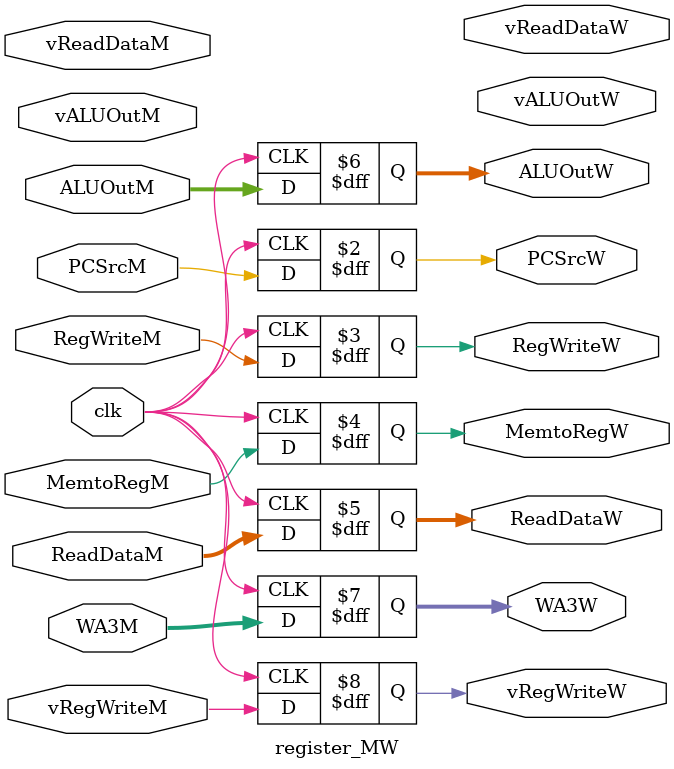
<source format=sv>
/*
Register for Memory and Writeback pipeline datapath.
Date: 08/04/24
*/
module register_MW # (parameter N = 24) (
		input logic clk,
		input logic PCSrcM,
		input logic RegWriteM,
		input logic MemtoRegM,
		input logic [N-1:0] ReadDataM,
		input logic [N-1:0] ALUOutM, // ALUResultM
		input logic [3:0] WA3M,

		input logic vRegWriteM,
		input logic [255:0] vReadDataM,
		input logic [255:0] vALUOutM, // vALUResultM
		
		output logic PCSrcW,
		output logic RegWriteW,
		output logic MemtoRegW,
		output logic [N-1:0] ReadDataW,
		output logic [N-1:0] ALUOutW,
		output logic [3:0] WA3W,

		output logic vRegWriteW,
		output logic [255:0] vReadDataW,
		output logic [255:0] vALUOutW
	);
					

	always_ff @ (posedge clk) begin

			PCSrcW <= PCSrcM;
			RegWriteW <= RegWriteM;
			MemtoRegW <= MemtoRegM;
			ReadDataW <= ReadDataM;
			ALUOutW <= ALUOutM;
			WA3W <= WA3M;

			vRegWriteW <= vRegWriteM;

	end

endmodule 
</source>
